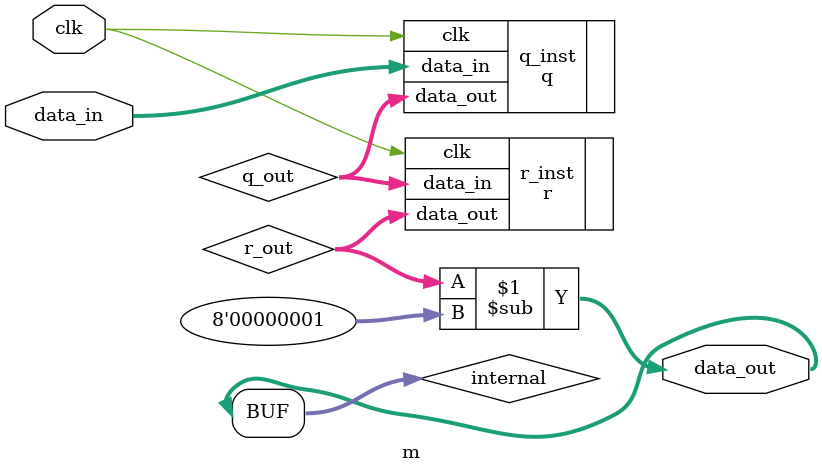
<source format=sv>
module m (
    input logic clk,
    input logic [7:0] data_in,
    output logic [7:0] data_out
);
    logic [7:0] internal;
    logic [7:0] q_out, r_out;

    // Instantiate submodules
    q q_inst (
        .clk(clk),
        .data_in(data_in),
        .data_out(q_out)
    );

    r r_inst (
        .clk(clk),
        .data_in(q_out),
        .data_out(r_out)
    );

    assign internal = r_out - 8'h01;
    assign data_out = internal;

endmodule

</source>
